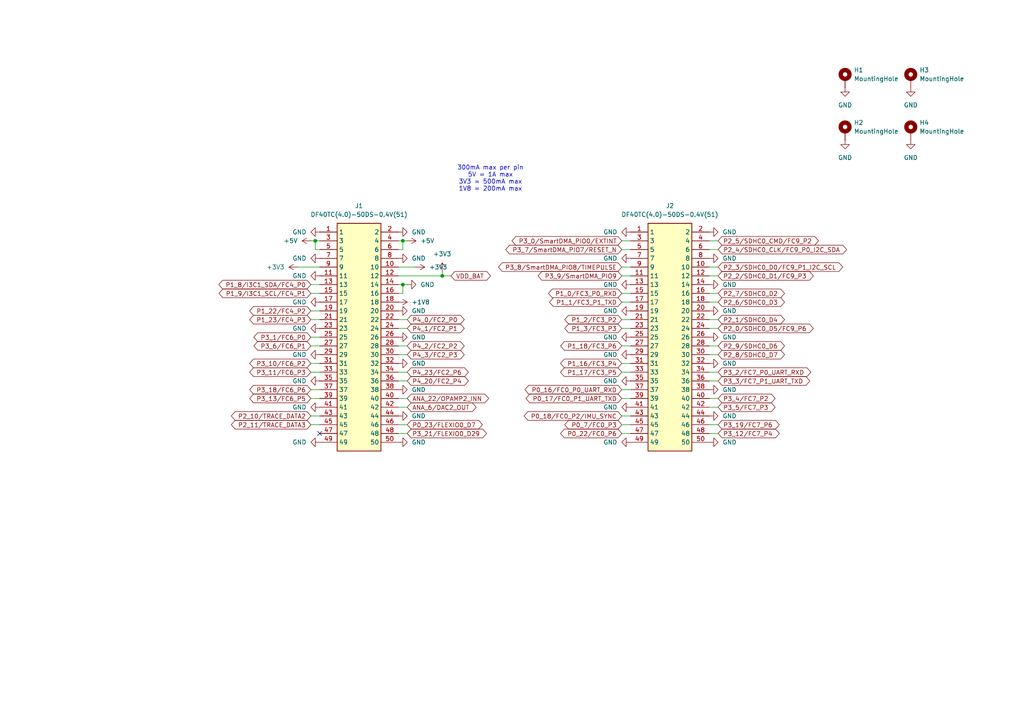
<source format=kicad_sch>
(kicad_sch (version 20250114) (generator "eeschema") (generator_version "9.0")
  (paper "A4")
  (title_block (title "MR-MCXN-T1-F9P") (date "2025-06-23") (rev "X0") (company "NXP SEMICONDUCTORS B.V.") (comment 1 "CLASSIFICATION: INTERNAL USE ONLY") (comment 3 "DESIGNER: YOURI TILS") (comment 4 "CTO SYSTEM INNOVATIONS / MOBILE ROBOTICS DOMAIN"))
  (lib_symbols
    (symbol "Connectors:DF40TC(4.0)-50DS-0.4V(51)"
      (property "Reference" "J" (at 1.016 7.874 0))
      (property "Value" "DF40TC(4.0)-50DS-0.4V(51)" (at 1.016 5.334 0))
      (symbol "DF40TC(4.0)-50DS-0.4V(51)_1_1"
        (rectangle (start 5.08 2.54) (end 17.78 -63.5) (stroke (width 0.254)) (fill (type background)))
        (pin passive line (at 0 0 0) (length 5.08) (name "1") (number "1"))
        (pin passive line (at 0 -2.54 0) (length 5.08) (name "3") (number "3"))
        (pin passive line (at 0 -5.08 0) (length 5.08) (name "5") (number "5"))
        (pin passive line (at 0 -7.62 0) (length 5.08) (name "7") (number "7"))
        (pin passive line (at 0 -10.16 0) (length 5.08) (name "9") (number "9"))
        (pin passive line (at 0 -12.7 0) (length 5.08) (name "11") (number "11"))
        (pin passive line (at 0 -15.24 0) (length 5.08) (name "13") (number "13"))
        (pin passive line (at 0 -17.78 0) (length 5.08) (name "15") (number "15"))
        (pin passive line (at 0 -20.32 0) (length 5.08) (name "17") (number "17"))
        (pin passive line (at 0 -22.86 0) (length 5.08) (name "19") (number "19"))
        (pin passive line (at 0 -25.4 0) (length 5.08) (name "21") (number "21"))
        (pin passive line (at 0 -27.94 0) (length 5.08) (name "23") (number "23"))
        (pin passive line (at 0 -30.48 0) (length 5.08) (name "25") (number "25"))
        (pin passive line (at 0 -33.02 0) (length 5.08) (name "27") (number "27"))
        (pin passive line (at 0 -35.56 0) (length 5.08) (name "29") (number "29"))
        (pin passive line (at 0 -38.1 0) (length 5.08) (name "31") (number "31"))
        (pin passive line (at 0 -40.64 0) (length 5.08) (name "33") (number "33"))
        (pin passive line (at 0 -43.18 0) (length 5.08) (name "35") (number "35"))
        (pin passive line (at 0 -45.72 0) (length 5.08) (name "37") (number "37"))
        (pin passive line (at 0 -48.26 0) (length 5.08) (name "39") (number "39"))
        (pin passive line (at 0 -50.8 0) (length 5.08) (name "41") (number "41"))
        (pin passive line (at 0 -53.34 0) (length 5.08) (name "43") (number "43"))
        (pin passive line (at 0 -55.88 0) (length 5.08) (name "45") (number "45"))
        (pin passive line (at 0 -58.42 0) (length 5.08) (name "47") (number "47"))
        (pin passive line (at 0 -60.96 0) (length 5.08) (name "49") (number "49"))
        (pin passive line (at 22.86 0 180) (length 5.08) (name "2") (number "2"))
        (pin passive line (at 22.86 -2.54 180) (length 5.08) (name "4") (number "4"))
        (pin passive line (at 22.86 -5.08 180) (length 5.08) (name "6") (number "6"))
        (pin passive line (at 22.86 -7.62 180) (length 5.08) (name "8") (number "8"))
        (pin passive line (at 22.86 -10.16 180) (length 5.08) (name "10") (number "10"))
        (pin passive line (at 22.86 -12.7 180) (length 5.08) (name "12") (number "12"))
        (pin passive line (at 22.86 -15.24 180) (length 5.08) (name "14") (number "14"))
        (pin passive line (at 22.86 -17.78 180) (length 5.08) (name "16") (number "16"))
        (pin passive line (at 22.86 -20.32 180) (length 5.08) (name "18") (number "18"))
        (pin passive line (at 22.86 -22.86 180) (length 5.08) (name "20") (number "20"))
        (pin passive line (at 22.86 -25.4 180) (length 5.08) (name "22") (number "22"))
        (pin passive line (at 22.86 -27.94 180) (length 5.08) (name "24") (number "24"))
        (pin passive line (at 22.86 -30.48 180) (length 5.08) (name "26") (number "26"))
        (pin passive line (at 22.86 -33.02 180) (length 5.08) (name "28") (number "28"))
        (pin passive line (at 22.86 -35.56 180) (length 5.08) (name "30") (number "30"))
        (pin passive line (at 22.86 -38.1 180) (length 5.08) (name "32") (number "32"))
        (pin passive line (at 22.86 -40.64 180) (length 5.08) (name "34") (number "34"))
        (pin passive line (at 22.86 -43.18 180) (length 5.08) (name "36") (number "36"))
        (pin passive line (at 22.86 -45.72 180) (length 5.08) (name "38") (number "38"))
        (pin passive line (at 22.86 -48.26 180) (length 5.08) (name "40") (number "40"))
        (pin passive line (at 22.86 -50.8 180) (length 5.08) (name "42") (number "42"))
        (pin passive line (at 22.86 -53.34 180) (length 5.08) (name "44") (number "44"))
        (pin passive line (at 22.86 -55.88 180) (length 5.08) (name "46") (number "46"))
        (pin passive line (at 22.86 -58.42 180) (length 5.08) (name "48") (number "48"))
        (pin passive line (at 22.86 -60.96 180) (length 5.08) (name "50") (number "50"))
      )
    )
    (symbol "Mechanical:MountingHole_Pad" (pin_numbers (hide yes)) (pin_names (offset 1.016) (hide yes)) (exclude_from_sim yes) (in_bom no)
      (property "Reference" "H" (at 0 6.35 0))
      (property "Value" "MountingHole_Pad" (at 0 4.445 0))
      (symbol "MountingHole_Pad_0_1"
        (circle (center 0 1.27) (radius 1.27) (stroke (width 1.27)))
      )
      (symbol "MountingHole_Pad_1_1"
        (pin input line (at 0 -2.54 90) (length 2.54) (name "1") (number "1"))
      )
    )
    (symbol "power:+1V8" (power) (pin_numbers (hide yes)) (pin_names (offset 0) (hide yes))
      (property "Value" "+1V8" (at 0 3.556 0))
      (symbol "+1V8_0_1"
        (polyline (pts (xy -0.762 1.27) (xy 0 2.54)))
        (polyline (pts (xy 0 2.54) (xy 0.762 1.27)))
        (polyline (pts (xy 0 0) (xy 0 2.54)))
      )
      (symbol "+1V8_1_1"
        (pin power_in line (at 0 0 90) (length 0) (name "~") (number "1"))
      )
    )
    (symbol "power:+3V3" (power) (pin_numbers (hide yes)) (pin_names (offset 0) (hide yes))
      (property "Value" "+3V3" (at 0 3.556 0))
      (symbol "+3V3_0_1"
        (polyline (pts (xy -0.762 1.27) (xy 0 2.54)))
        (polyline (pts (xy 0 2.54) (xy 0.762 1.27)))
        (polyline (pts (xy 0 0) (xy 0 2.54)))
      )
      (symbol "+3V3_1_1"
        (pin power_in line (at 0 0 90) (length 0) (name "~") (number "1"))
      )
    )
    (symbol "power:+5V" (power) (pin_numbers (hide yes)) (pin_names (offset 0) (hide yes))
      (property "Value" "+5V" (at 0 3.556 0))
      (symbol "+5V_0_1"
        (polyline (pts (xy -0.762 1.27) (xy 0 2.54)))
        (polyline (pts (xy 0 2.54) (xy 0.762 1.27)))
        (polyline (pts (xy 0 0) (xy 0 2.54)))
      )
      (symbol "+5V_1_1"
        (pin power_in line (at 0 0 90) (length 0) (name "~") (number "1"))
      )
    )
    (symbol "power:GND" (power) (pin_numbers (hide yes)) (pin_names (offset 0) (hide yes))
      (property "Value" "GND" (at 0 -3.81 0))
      (symbol "GND_0_1"
        (polyline (pts (xy 0 0) (xy 0 -1.27) (xy 1.27 -1.27) (xy 0 -2.54) (xy -1.27 -1.27) (xy 0 -1.27)))
      )
      (symbol "GND_1_1"
        (pin power_in line (at 0 0 270) (length 0) (name "~") (number "1"))
      )
    )
  )
  (text "300mA max per pin\n5V = 1A max\n3V3 = 500mA max\n1V8 = 200mA max" (at 142.24 51.816 0) (effects (font (size 1.27 1.27))))
  (junction (at 116.84 82.55))
  (junction (at 116.84 69.85))
  (junction (at 128.27 80.01))
  (junction (at 91.44 69.85))
  (no_connect (at 92.71 125.73))
  (wire (pts (xy 182.88 115.57) (xy 180.34 115.57)))
  (wire (pts (xy 130.81 80.01) (xy 128.27 80.01)))
  (wire (pts (xy 208.28 92.71) (xy 205.74 92.71)))
  (wire (pts (xy 182.88 113.03) (xy 180.34 113.03)))
  (wire (pts (xy 91.44 69.85) (xy 90.17 69.85)))
  (wire (pts (xy 116.84 82.55) (xy 115.57 82.55)))
  (wire (pts (xy 92.71 97.79) (xy 90.17 97.79)))
  (wire (pts (xy 92.71 123.19) (xy 90.17 123.19)))
  (wire (pts (xy 208.28 110.49) (xy 205.74 110.49)))
  (wire (pts (xy 128.27 78.74) (xy 128.27 80.01)))
  (wire (pts (xy 118.11 100.33) (xy 115.57 100.33)))
  (wire (pts (xy 182.88 85.09) (xy 180.34 85.09)))
  (wire (pts (xy 208.28 87.63) (xy 205.74 87.63)))
  (wire (pts (xy 118.11 107.95) (xy 115.57 107.95)))
  (wire (pts (xy 182.88 120.65) (xy 180.34 120.65)))
  (wire (pts (xy 208.28 72.39) (xy 205.74 72.39)))
  (wire (pts (xy 208.28 69.85) (xy 205.74 69.85)))
  (wire (pts (xy 92.71 100.33) (xy 90.17 100.33)))
  (wire (pts (xy 92.71 90.17) (xy 90.17 90.17)))
  (wire (pts (xy 182.88 69.85) (xy 180.34 69.85)))
  (wire (pts (xy 208.28 102.87) (xy 205.74 102.87)))
  (wire (pts (xy 118.11 123.19) (xy 115.57 123.19)))
  (wire (pts (xy 182.88 123.19) (xy 180.34 123.19)))
  (wire (pts (xy 116.84 85.09) (xy 115.57 85.09)))
  (wire (pts (xy 92.71 107.95) (xy 90.17 107.95)))
  (wire (pts (xy 92.71 115.57) (xy 90.17 115.57)))
  (wire (pts (xy 118.11 82.55) (xy 116.84 82.55)))
  (wire (pts (xy 92.71 120.65) (xy 90.17 120.65)))
  (wire (pts (xy 182.88 100.33) (xy 180.34 100.33)))
  (wire (pts (xy 182.88 125.73) (xy 180.34 125.73)))
  (wire (pts (xy 92.71 105.41) (xy 90.17 105.41)))
  (wire (pts (xy 116.84 69.85) (xy 115.57 69.85)))
  (wire (pts (xy 92.71 72.39) (xy 91.44 72.39)))
  (wire (pts (xy 182.88 72.39) (xy 180.34 72.39)))
  (wire (pts (xy 92.71 85.09) (xy 90.17 85.09)))
  (wire (pts (xy 208.28 107.95) (xy 205.74 107.95)))
  (wire (pts (xy 208.28 125.73) (xy 205.74 125.73)))
  (wire (pts (xy 118.11 118.11) (xy 115.57 118.11)))
  (wire (pts (xy 118.11 92.71) (xy 115.57 92.71)))
  (wire (pts (xy 118.11 125.73) (xy 115.57 125.73)))
  (wire (pts (xy 91.44 72.39) (xy 91.44 69.85)))
  (wire (pts (xy 208.28 100.33) (xy 205.74 100.33)))
  (wire (pts (xy 118.11 102.87) (xy 115.57 102.87)))
  (wire (pts (xy 116.84 69.85) (xy 116.84 72.39)))
  (wire (pts (xy 118.11 69.85) (xy 116.84 69.85)))
  (wire (pts (xy 92.71 82.55) (xy 90.17 82.55)))
  (wire (pts (xy 118.11 115.57) (xy 115.57 115.57)))
  (wire (pts (xy 92.71 69.85) (xy 91.44 69.85)))
  (wire (pts (xy 182.88 92.71) (xy 180.34 92.71)))
  (wire (pts (xy 182.88 77.47) (xy 180.34 77.47)))
  (wire (pts (xy 116.84 82.55) (xy 116.84 85.09)))
  (wire (pts (xy 208.28 80.01) (xy 205.74 80.01)))
  (wire (pts (xy 92.71 92.71) (xy 90.17 92.71)))
  (wire (pts (xy 118.11 110.49) (xy 115.57 110.49)))
  (wire (pts (xy 208.28 118.11) (xy 205.74 118.11)))
  (wire (pts (xy 182.88 95.25) (xy 180.34 95.25)))
  (wire (pts (xy 182.88 80.01) (xy 180.34 80.01)))
  (wire (pts (xy 182.88 107.95) (xy 180.34 107.95)))
  (wire (pts (xy 120.65 77.47) (xy 115.57 77.47)))
  (wire (pts (xy 208.28 77.47) (xy 205.74 77.47)))
  (wire (pts (xy 118.11 95.25) (xy 115.57 95.25)))
  (wire (pts (xy 208.28 85.09) (xy 205.74 85.09)))
  (wire (pts (xy 182.88 87.63) (xy 180.34 87.63)))
  (wire (pts (xy 92.71 113.03) (xy 90.17 113.03)))
  (wire (pts (xy 116.84 72.39) (xy 115.57 72.39)))
  (wire (pts (xy 208.28 95.25) (xy 205.74 95.25)))
  (wire (pts (xy 128.27 80.01) (xy 115.57 80.01)))
  (wire (pts (xy 86.36 77.47) (xy 92.71 77.47)))
  (wire (pts (xy 208.28 123.19) (xy 205.74 123.19)))
  (wire (pts (xy 182.88 105.41) (xy 180.34 105.41)))
  (wire (pts (xy 208.28 115.57) (xy 205.74 115.57)))
  (global_label "ANA_6{slash}DAC2_OUT" (shape bidirectional) (at 118.11 118.11 0) (property "Intersheetrefs" "${INTERSHEET_REFS}" (effects (hide yes))))
  (global_label "P3_8{slash}SmartDMA_PIO8{slash}TIMEPULSE" (shape bidirectional) (at 180.34 77.47 180) (property "Intersheetrefs" "${INTERSHEET_REFS}" (effects (hide yes))))
  (global_label "P2_5{slash}SDHC0_CMD{slash}FC9_P2" (shape bidirectional) (at 208.28 69.85 0) (property "Intersheetrefs" "${INTERSHEET_REFS}" (effects (hide yes))))
  (global_label "P3_2{slash}FC7_P0_UART_RXD" (shape bidirectional) (at 208.28 107.95 0) (property "Intersheetrefs" "${INTERSHEET_REFS}" (effects (hide yes))))
  (global_label "P1_3{slash}FC3_P3" (shape bidirectional) (at 180.34 95.25 180) (property "Intersheetrefs" "${INTERSHEET_REFS}" (effects (hide yes))))
  (global_label "P3_9{slash}SmartDMA_PIO9" (shape bidirectional) (at 180.34 80.01 180) (property "Intersheetrefs" "${INTERSHEET_REFS}" (effects (hide yes))))
  (global_label "P2_2{slash}SDHC0_D1{slash}FC9_P3" (shape bidirectional) (at 208.28 80.01 0) (property "Intersheetrefs" "${INTERSHEET_REFS}" (effects (hide yes))))
  (global_label "P4_23{slash}FC2_P6" (shape bidirectional) (at 118.11 107.95 0) (property "Intersheetrefs" "${INTERSHEET_REFS}" (effects (hide yes))))
  (global_label "P3_6{slash}FC6_P1" (shape bidirectional) (at 90.17 100.33 180) (property "Intersheetrefs" "${INTERSHEET_REFS}" (effects (hide yes))))
  (global_label "P3_18{slash}FC6_P6" (shape bidirectional) (at 90.17 113.03 180) (property "Intersheetrefs" "${INTERSHEET_REFS}" (effects (hide yes))))
  (global_label "ANA_22{slash}OPAMP2_INN" (shape bidirectional) (at 118.11 115.57 0) (property "Intersheetrefs" "${INTERSHEET_REFS}" (effects (hide yes))))
  (global_label "P3_0{slash}SmartDMA_PIO0{slash}EXTINT" (shape bidirectional) (at 180.34 69.85 180) (property "Intersheetrefs" "${INTERSHEET_REFS}" (effects (hide yes))))
  (global_label "P3_13{slash}FC6_P5" (shape bidirectional) (at 90.17 115.57 180) (property "Intersheetrefs" "${INTERSHEET_REFS}" (effects (hide yes))))
  (global_label "P3_12{slash}FC7_P4" (shape bidirectional) (at 208.28 125.73 0) (property "Intersheetrefs" "${INTERSHEET_REFS}" (effects (hide yes))))
  (global_label "P1_9{slash}I3C1_SCL{slash}FC4_P1" (shape bidirectional) (at 90.17 85.09 180) (property "Intersheetrefs" "${INTERSHEET_REFS}" (effects (hide yes))))
  (global_label "P0_23{slash}FLEXIO0_D7" (shape bidirectional) (at 118.11 123.19 0) (property "Intersheetrefs" "${INTERSHEET_REFS}" (effects (hide yes))))
  (global_label "P4_2{slash}FC2_P2" (shape bidirectional) (at 118.11 100.33 0) (property "Intersheetrefs" "${INTERSHEET_REFS}" (effects (hide yes))))
  (global_label "P4_3{slash}FC2_P3" (shape bidirectional) (at 118.11 102.87 0) (property "Intersheetrefs" "${INTERSHEET_REFS}" (effects (hide yes))))
  (global_label "P4_0{slash}FC2_P0" (shape bidirectional) (at 118.11 92.71 0) (property "Intersheetrefs" "${INTERSHEET_REFS}" (effects (hide yes))))
  (global_label "P1_1{slash}FC3_P1_TXD" (shape bidirectional) (at 180.34 87.63 180) (property "Intersheetrefs" "${INTERSHEET_REFS}" (effects (hide yes))))
  (global_label "P2_7{slash}SDHC0_D2" (shape bidirectional) (at 208.28 85.09 0) (property "Intersheetrefs" "${INTERSHEET_REFS}" (effects (hide yes))))
  (global_label "P1_2{slash}FC3_P2" (shape bidirectional) (at 180.34 92.71 180) (property "Intersheetrefs" "${INTERSHEET_REFS}" (effects (hide yes))))
  (global_label "VDD_BAT" (shape bidirectional) (at 130.81 80.01 0) (property "Intersheetrefs" "${INTERSHEET_REFS}" (effects (hide yes))))
  (global_label "P2_9{slash}SDHC0_D6" (shape bidirectional) (at 208.28 100.33 0) (property "Intersheetrefs" "${INTERSHEET_REFS}" (effects (hide yes))))
  (global_label "P2_6{slash}SDHC0_D3" (shape bidirectional) (at 208.28 87.63 0) (property "Intersheetrefs" "${INTERSHEET_REFS}" (effects (hide yes))))
  (global_label "P3_3{slash}FC7_P1_UART_TXD" (shape bidirectional) (at 208.28 110.49 0) (property "Intersheetrefs" "${INTERSHEET_REFS}" (effects (hide yes))))
  (global_label "P1_22{slash}FC4_P2" (shape bidirectional) (at 90.17 90.17 180) (property "Intersheetrefs" "${INTERSHEET_REFS}" (effects (hide yes))))
  (global_label "P3_5{slash}FC7_P3" (shape bidirectional) (at 208.28 118.11 0) (property "Intersheetrefs" "${INTERSHEET_REFS}" (effects (hide yes))))
  (global_label "P2_1{slash}SDHC0_D4" (shape bidirectional) (at 208.28 92.71 0) (property "Intersheetrefs" "${INTERSHEET_REFS}" (effects (hide yes))))
  (global_label "P0_17{slash}FC0_P1_UART_TXD" (shape bidirectional) (at 180.34 115.57 180) (property "Intersheetrefs" "${INTERSHEET_REFS}" (effects (hide yes))))
  (global_label "P0_16{slash}FC0_P0_UART_RXD" (shape bidirectional) (at 180.34 113.03 180) (property "Intersheetrefs" "${INTERSHEET_REFS}" (effects (hide yes))))
  (global_label "P2_3{slash}SDHC0_D0{slash}FC9_P1_I2C_SCL" (shape bidirectional) (at 208.28 77.47 0) (property "Intersheetrefs" "${INTERSHEET_REFS}" (effects (hide yes))))
  (global_label "P2_11{slash}TRACE_DATA3" (shape bidirectional) (at 90.17 123.19 180) (property "Intersheetrefs" "${INTERSHEET_REFS}" (effects (hide yes))))
  (global_label "P0_7{slash}FC0_P3" (shape bidirectional) (at 180.34 123.19 180) (property "Intersheetrefs" "${INTERSHEET_REFS}" (effects (hide yes))))
  (global_label "P3_21{slash}FLEXIO0_D29" (shape bidirectional) (at 118.11 125.73 0) (property "Intersheetrefs" "${INTERSHEET_REFS}" (effects (hide yes))))
  (global_label "P1_23{slash}FC4_P3" (shape bidirectional) (at 90.17 92.71 180) (property "Intersheetrefs" "${INTERSHEET_REFS}" (effects (hide yes))))
  (global_label "P1_0{slash}FC3_P0_RXD" (shape bidirectional) (at 180.34 85.09 180) (property "Intersheetrefs" "${INTERSHEET_REFS}" (effects (hide yes))))
  (global_label "P3_7{slash}SmartDMA_PIO7{slash}RESET_N" (shape bidirectional) (at 180.34 72.39 180) (property "Intersheetrefs" "${INTERSHEET_REFS}" (effects (hide yes))))
  (global_label "P3_19{slash}FC7_P6" (shape bidirectional) (at 208.28 123.19 0) (property "Intersheetrefs" "${INTERSHEET_REFS}" (effects (hide yes))))
  (global_label "P0_18{slash}FC0_P2{slash}IMU_SYNC" (shape bidirectional) (at 180.34 120.65 180) (property "Intersheetrefs" "${INTERSHEET_REFS}" (effects (hide yes))))
  (global_label "P3_10{slash}FC6_P2" (shape bidirectional) (at 90.17 105.41 180) (property "Intersheetrefs" "${INTERSHEET_REFS}" (effects (hide yes))))
  (global_label "P1_8{slash}I3C1_SDA{slash}FC4_P0" (shape bidirectional) (at 90.17 82.55 180) (property "Intersheetrefs" "${INTERSHEET_REFS}" (effects (hide yes))))
  (global_label "P3_11{slash}FC6_P3" (shape bidirectional) (at 90.17 107.95 180) (property "Intersheetrefs" "${INTERSHEET_REFS}" (effects (hide yes))))
  (global_label "P0_22{slash}FC0_P6" (shape bidirectional) (at 180.34 125.73 180) (property "Intersheetrefs" "${INTERSHEET_REFS}" (effects (hide yes))))
  (global_label "P3_4{slash}FC7_P2" (shape bidirectional) (at 208.28 115.57 0) (property "Intersheetrefs" "${INTERSHEET_REFS}" (effects (hide yes))))
  (global_label "P2_10{slash}TRACE_DATA2" (shape bidirectional) (at 90.17 120.65 180) (property "Intersheetrefs" "${INTERSHEET_REFS}" (effects (hide yes))))
  (global_label "P1_17{slash}FC3_P5" (shape bidirectional) (at 180.34 107.95 180) (property "Intersheetrefs" "${INTERSHEET_REFS}" (effects (hide yes))))
  (global_label "P1_18{slash}FC3_P6" (shape bidirectional) (at 180.34 100.33 180) (property "Intersheetrefs" "${INTERSHEET_REFS}" (effects (hide yes))))
  (global_label "P2_8{slash}SDHC0_D7" (shape bidirectional) (at 208.28 102.87 0) (property "Intersheetrefs" "${INTERSHEET_REFS}" (effects (hide yes))))
  (global_label "P4_1{slash}FC2_P1" (shape bidirectional) (at 118.11 95.25 0) (property "Intersheetrefs" "${INTERSHEET_REFS}" (effects (hide yes))))
  (global_label "P2_0{slash}SDHC0_D5{slash}FC9_P6" (shape bidirectional) (at 208.28 95.25 0) (property "Intersheetrefs" "${INTERSHEET_REFS}" (effects (hide yes))))
  (global_label "P3_1{slash}FC6_P0" (shape bidirectional) (at 90.17 97.79 180) (property "Intersheetrefs" "${INTERSHEET_REFS}" (effects (hide yes))))
  (global_label "P4_20{slash}FC2_P4" (shape bidirectional) (at 118.11 110.49 0) (property "Intersheetrefs" "${INTERSHEET_REFS}" (effects (hide yes))))
  (global_label "P1_16{slash}FC3_P4" (shape bidirectional) (at 180.34 105.41 180) (property "Intersheetrefs" "${INTERSHEET_REFS}" (effects (hide yes))))
  (global_label "P2_4{slash}SDHC0_CLK{slash}FC9_P0_I2C_SDA" (shape bidirectional) (at 208.28 72.39 0) (property "Intersheetrefs" "${INTERSHEET_REFS}" (effects (hide yes))))
  (symbol (lib_id "power:GND") (at 115.57 128.27 90) (mirror x) (unit 1)
    (property "Reference" "#PWR021" (effects (hide yes)))
    (property "Value" "GND" (at 119.38 128.2699 90) (effects (justify right)))
    (property "Description" "Power symbol creates a global label with name \"GND\" , ground" (effects (hide yes)))
  )
  (symbol (lib_id "power:GND") (at 205.74 67.31 90) (mirror x) (unit 1)
    (property "Reference" "#PWR034" (effects (hide yes)))
    (property "Value" "GND" (at 209.55 67.3099 90) (effects (justify right)))
    (property "Description" "Power symbol creates a global label with name \"GND\" , ground" (effects (hide yes)))
  )
  (symbol (lib_id "power:GND") (at 115.57 120.65 90) (mirror x) (unit 1)
    (property "Reference" "#PWR020" (effects (hide yes)))
    (property "Value" "GND" (at 119.38 120.6499 90) (effects (justify right)))
    (property "Description" "Power symbol creates a global label with name \"GND\" , ground" (effects (hide yes)))
  )
  (symbol (lib_id "power:+1V8") (at 115.57 87.63 270) (mirror x) (unit 1)
    (property "Reference" "#PWR015" (effects (hide yes)))
    (property "Value" "+1V8" (at 119.38 87.6299 90) (effects (justify left)))
    (property "Description" "Power symbol creates a global label with name \"+1V8\"" (effects (hide yes)))
  )
  (symbol (lib_id "Mechanical:MountingHole_Pad") (at 264.16 22.86 0) (unit 1) (exclude_from_sim yes) (in_bom no)
    (property "Reference" "H3" (at 266.7 20.3199 0) (effects (justify left)))
    (property "Value" "MountingHole" (at 266.7 22.8599 0) (effects (justify left)))
    (property "Footprint" "MountingHole:MountingHole_3.2mm_M3_DIN965_Pad" (effects (hide yes)))
    (property "Description" "Mounting Hole with connection" (effects (hide yes)))
  )
  (symbol (lib_id "power:GND") (at 92.71 102.87 270) (mirror x) (unit 1)
    (property "Reference" "#PWR08" (effects (hide yes)))
    (property "Value" "GND" (at 88.9 102.8699 90) (effects (justify right)))
    (property "Description" "Power symbol creates a global label with name \"GND\" , ground" (effects (hide yes)))
  )
  (symbol (lib_id "power:GND") (at 182.88 67.31 270) (mirror x) (unit 1)
    (property "Reference" "#PWR025" (effects (hide yes)))
    (property "Value" "GND" (at 179.07 67.3099 90) (effects (justify right)))
    (property "Description" "Power symbol creates a global label with name \"GND\" , ground" (effects (hide yes)))
  )
  (symbol (lib_id "power:+3V3") (at 128.27 78.74 0) (mirror y) (unit 1)
    (property "Reference" "#PWR024" (effects (hide yes)))
    (property "Value" "+3V3" (at 128.27 73.66 0))
    (property "Description" "Power symbol creates a global label with name \"+3V3\"" (effects (hide yes)))
  )
  (symbol (lib_id "Mechanical:MountingHole_Pad") (at 245.11 22.86 0) (unit 1) (exclude_from_sim yes) (in_bom no)
    (property "Reference" "H1" (at 247.65 20.3199 0) (effects (justify left)))
    (property "Value" "MountingHole" (at 247.65 22.8599 0) (effects (justify left)))
    (property "Footprint" "MountingHole:MountingHole_3.2mm_M3_DIN965_Pad" (effects (hide yes)))
    (property "Description" "Mounting Hole with connection" (effects (hide yes)))
  )
  (symbol (lib_id "power:GND") (at 118.11 82.55 90) (mirror x) (unit 1)
    (property "Reference" "#PWR023" (effects (hide yes)))
    (property "Value" "GND" (at 121.92 82.5499 90) (effects (justify right)))
    (property "Description" "Power symbol creates a global label with name \"GND\" , ground" (effects (hide yes)))
  )
  (symbol (lib_id "power:GND") (at 92.71 118.11 270) (mirror x) (unit 1)
    (property "Reference" "#PWR010" (effects (hide yes)))
    (property "Value" "GND" (at 88.9 118.1099 90) (effects (justify right)))
    (property "Description" "Power symbol creates a global label with name \"GND\" , ground" (effects (hide yes)))
  )
  (symbol (lib_id "power:GND") (at 264.16 40.64 0) (unit 1)
    (property "Reference" "#PWR046" (effects (hide yes)))
    (property "Value" "GND" (at 264.16 45.72 0))
    (property "Description" "Power symbol creates a global label with name \"GND\" , ground" (effects (hide yes)))
  )
  (symbol (lib_id "power:GND") (at 245.11 40.64 0) (unit 1)
    (property "Reference" "#PWR044" (effects (hide yes)))
    (property "Value" "GND" (at 245.11 45.72 0))
    (property "Description" "Power symbol creates a global label with name \"GND\" , ground" (effects (hide yes)))
  )
  (symbol (lib_id "power:GND") (at 205.74 74.93 90) (mirror x) (unit 1)
    (property "Reference" "#PWR035" (effects (hide yes)))
    (property "Value" "GND" (at 209.55 74.9299 90) (effects (justify right)))
    (property "Description" "Power symbol creates a global label with name \"GND\" , ground" (effects (hide yes)))
  )
  (symbol (lib_id "power:GND") (at 115.57 105.41 90) (mirror x) (unit 1)
    (property "Reference" "#PWR018" (effects (hide yes)))
    (property "Value" "GND" (at 119.38 105.4099 90) (effects (justify right)))
    (property "Description" "Power symbol creates a global label with name \"GND\" , ground" (effects (hide yes)))
  )
  (symbol (lib_id "power:GND") (at 115.57 67.31 90) (mirror x) (unit 1)
    (property "Reference" "#PWR012" (effects (hide yes)))
    (property "Value" "GND" (at 119.38 67.3099 90) (effects (justify right)))
    (property "Description" "Power symbol creates a global label with name \"GND\" , ground" (effects (hide yes)))
  )
  (symbol (lib_id "power:GND") (at 205.74 105.41 90) (mirror x) (unit 1)
    (property "Reference" "#PWR039" (effects (hide yes)))
    (property "Value" "GND" (at 209.55 105.4099 90) (effects (justify right)))
    (property "Description" "Power symbol creates a global label with name \"GND\" , ground" (effects (hide yes)))
  )
  (symbol (lib_id "power:+5V") (at 90.17 69.85 90) (mirror x) (unit 1)
    (property "Reference" "#PWR01" (effects (hide yes)))
    (property "Value" "+5V" (at 86.36 69.8499 90) (effects (justify left)))
    (property "Description" "Power symbol creates a global label with name \"+5V\"" (effects (hide yes)))
  )
  (symbol (lib_id "power:GND") (at 182.88 118.11 270) (mirror x) (unit 1)
    (property "Reference" "#PWR032" (effects (hide yes)))
    (property "Value" "GND" (at 179.07 118.1099 90) (effects (justify right)))
    (property "Description" "Power symbol creates a global label with name \"GND\" , ground" (effects (hide yes)))
  )
  (symbol (lib_id "power:+3V3") (at 120.65 77.47 270) (mirror x) (unit 1)
    (property "Reference" "#PWR014" (effects (hide yes)))
    (property "Value" "+3V3" (at 124.46 77.4699 90) (effects (justify left)))
    (property "Description" "Power symbol creates a global label with name \"+3V3\"" (effects (hide yes)))
  )
  (symbol (lib_id "power:GND") (at 92.71 67.31 270) (mirror x) (unit 1)
    (property "Reference" "#PWR02" (effects (hide yes)))
    (property "Value" "GND" (at 88.9 67.3099 90) (effects (justify right)))
    (property "Description" "Power symbol creates a global label with name \"GND\" , ground" (effects (hide yes)))
  )
  (symbol (lib_id "power:GND") (at 182.88 90.17 270) (mirror x) (unit 1)
    (property "Reference" "#PWR028" (effects (hide yes)))
    (property "Value" "GND" (at 179.07 90.1699 90) (effects (justify right)))
    (property "Description" "Power symbol creates a global label with name \"GND\" , ground" (effects (hide yes)))
  )
  (symbol (lib_id "power:GND") (at 205.74 97.79 90) (mirror x) (unit 1)
    (property "Reference" "#PWR038" (effects (hide yes)))
    (property "Value" "GND" (at 209.55 97.7899 90) (effects (justify right)))
    (property "Description" "Power symbol creates a global label with name \"GND\" , ground" (effects (hide yes)))
  )
  (symbol (lib_id "power:GND") (at 245.11 25.4 0) (unit 1)
    (property "Reference" "#PWR043" (effects (hide yes)))
    (property "Value" "GND" (at 245.11 30.48 0))
    (property "Description" "Power symbol creates a global label with name \"GND\" , ground" (effects (hide yes)))
  )
  (symbol (lib_id "power:GND") (at 115.57 90.17 90) (mirror x) (unit 1)
    (property "Reference" "#PWR016" (effects (hide yes)))
    (property "Value" "GND" (at 119.38 90.1699 90) (effects (justify right)))
    (property "Description" "Power symbol creates a global label with name \"GND\" , ground" (effects (hide yes)))
  )
  (symbol (lib_id "power:GND") (at 115.57 74.93 90) (mirror x) (unit 1)
    (property "Reference" "#PWR013" (effects (hide yes)))
    (property "Value" "GND" (at 119.38 74.9299 90) (effects (justify right)))
    (property "Description" "Power symbol creates a global label with name \"GND\" , ground" (effects (hide yes)))
  )
  (symbol (lib_id "power:+5V") (at 118.11 69.85 270) (mirror x) (unit 1)
    (property "Reference" "#PWR022" (effects (hide yes)))
    (property "Value" "+5V" (at 121.92 69.8499 90) (effects (justify left)))
    (property "Description" "Power symbol creates a global label with name \"+5V\"" (effects (hide yes)))
  )
  (symbol (lib_id "power:GND") (at 182.88 82.55 270) (mirror x) (unit 1)
    (property "Reference" "#PWR027" (effects (hide yes)))
    (property "Value" "GND" (at 179.07 82.5499 90) (effects (justify right)))
    (property "Description" "Power symbol creates a global label with name \"GND\" , ground" (effects (hide yes)))
  )
  (symbol (lib_id "power:GND") (at 182.88 74.93 270) (mirror x) (unit 1)
    (property "Reference" "#PWR026" (effects (hide yes)))
    (property "Value" "GND" (at 179.07 74.9299 90) (effects (justify right)))
    (property "Description" "Power symbol creates a global label with name \"GND\" , ground" (effects (hide yes)))
  )
  (symbol (lib_id "power:GND") (at 92.71 80.01 270) (mirror x) (unit 1)
    (property "Reference" "#PWR05" (effects (hide yes)))
    (property "Value" "GND" (at 88.9 80.0099 90) (effects (justify right)))
    (property "Description" "Power symbol creates a global label with name \"GND\" , ground" (effects (hide yes)))
  )
  (symbol (lib_id "power:GND") (at 182.88 128.27 270) (mirror x) (unit 1)
    (property "Reference" "#PWR033" (effects (hide yes)))
    (property "Value" "GND" (at 179.07 128.2699 90) (effects (justify right)))
    (property "Description" "Power symbol creates a global label with name \"GND\" , ground" (effects (hide yes)))
  )
  (symbol (lib_id "power:GND") (at 115.57 97.79 90) (mirror x) (unit 1)
    (property "Reference" "#PWR017" (effects (hide yes)))
    (property "Value" "GND" (at 119.38 97.7899 90) (effects (justify right)))
    (property "Description" "Power symbol creates a global label with name \"GND\" , ground" (effects (hide yes)))
  )
  (symbol (lib_id "power:GND") (at 182.88 97.79 270) (mirror x) (unit 1)
    (property "Reference" "#PWR029" (effects (hide yes)))
    (property "Value" "GND" (at 179.07 97.7899 90) (effects (justify right)))
    (property "Description" "Power symbol creates a global label with name \"GND\" , ground" (effects (hide yes)))
  )
  (symbol (lib_id "power:GND") (at 205.74 82.55 90) (mirror x) (unit 1)
    (property "Reference" "#PWR036" (effects (hide yes)))
    (property "Value" "GND" (at 209.55 82.5499 90) (effects (justify right)))
    (property "Description" "Power symbol creates a global label with name \"GND\" , ground" (effects (hide yes)))
  )
  (symbol (lib_id "power:GND") (at 92.71 74.93 270) (mirror x) (unit 1)
    (property "Reference" "#PWR03" (effects (hide yes)))
    (property "Value" "GND" (at 88.9 74.9299 90) (effects (justify right)))
    (property "Description" "Power symbol creates a global label with name \"GND\" , ground" (effects (hide yes)))
  )
  (symbol (lib_id "power:GND") (at 92.71 95.25 270) (mirror x) (unit 1)
    (property "Reference" "#PWR07" (effects (hide yes)))
    (property "Value" "GND" (at 88.9 95.2499 90) (effects (justify right)))
    (property "Description" "Power symbol creates a global label with name \"GND\" , ground" (effects (hide yes)))
  )
  (symbol (lib_id "power:GND") (at 92.71 87.63 270) (mirror x) (unit 1)
    (property "Reference" "#PWR06" (effects (hide yes)))
    (property "Value" "GND" (at 88.9 87.6299 90) (effects (justify right)))
    (property "Description" "Power symbol creates a global label with name \"GND\" , ground" (effects (hide yes)))
  )
  (symbol (lib_id "power:GND") (at 264.16 25.4 0) (unit 1)
    (property "Reference" "#PWR045" (effects (hide yes)))
    (property "Value" "GND" (at 264.16 30.48 0))
    (property "Description" "Power symbol creates a global label with name \"GND\" , ground" (effects (hide yes)))
  )
  (symbol (lib_id "power:+3V3") (at 86.36 77.47 90) (mirror x) (unit 1)
    (property "Reference" "#PWR04" (effects (hide yes)))
    (property "Value" "+3V3" (at 82.55 77.4699 90) (effects (justify left)))
    (property "Description" "Power symbol creates a global label with name \"+3V3\"" (effects (hide yes)))
  )
  (symbol (lib_id "power:GND") (at 205.74 90.17 90) (mirror x) (unit 1)
    (property "Reference" "#PWR037" (effects (hide yes)))
    (property "Value" "GND" (at 209.55 90.1699 90) (effects (justify right)))
    (property "Description" "Power symbol creates a global label with name \"GND\" , ground" (effects (hide yes)))
  )
  (symbol (lib_id "power:GND") (at 92.71 110.49 270) (mirror x) (unit 1)
    (property "Reference" "#PWR09" (effects (hide yes)))
    (property "Value" "GND" (at 88.9 110.4899 90) (effects (justify right)))
    (property "Description" "Power symbol creates a global label with name \"GND\" , ground" (effects (hide yes)))
  )
  (symbol (lib_id "Connectors:DF40TC(4.0)-50DS-0.4V(51)") (at 182.88 67.31 0) (unit 1)
    (property "Reference" "J2" (at 194.31 59.69 0))
    (property "Value" "DF40TC(4.0)-50DS-0.4V(51)" (at 194.31 62.23 0))
    (property "Footprint" "Connectors:DF40TC(4.0)-50DS-0.4V(51)" (effects (hide yes)))
    (property "Datasheet" "https://www.hirose.com/en/product/document?clcode=CL0684-4249-0-51&productname=DF40TC-50DS-0.4V(51)&series=DF40T&documenttype=2DDrawing&lang=en&documentid=0001372703" (effects (hide yes)))
    (property "Description" "Board to Board & Mezzanine Connectors" (effects (hide yes)))
    (property "MF" "Hirose" (effects (hide yes)))
    (property "MFPN" "DF40TC(4.0)-50DS-0.4V(51)" (effects (hide yes)))
    (property "DigiKey" "26-DF40TC(4.0)-50DS-0.4V(51)CT-ND" (effects (hide yes)))
  )
  (symbol (lib_id "power:GND") (at 205.74 128.27 90) (mirror x) (unit 1)
    (property "Reference" "#PWR042" (effects (hide yes)))
    (property "Value" "GND" (at 209.55 128.2699 90) (effects (justify right)))
    (property "Description" "Power symbol creates a global label with name \"GND\" , ground" (effects (hide yes)))
  )
  (symbol (lib_id "Mechanical:MountingHole_Pad") (at 245.11 38.1 0) (unit 1) (exclude_from_sim yes) (in_bom no)
    (property "Reference" "H2" (at 247.65 35.5599 0) (effects (justify left)))
    (property "Value" "MountingHole" (at 247.65 38.0999 0) (effects (justify left)))
    (property "Footprint" "MountingHole:MountingHole_3.2mm_M3_DIN965_Pad" (effects (hide yes)))
    (property "Description" "Mounting Hole with connection" (effects (hide yes)))
  )
  (symbol (lib_id "power:GND") (at 182.88 102.87 270) (mirror x) (unit 1)
    (property "Reference" "#PWR030" (effects (hide yes)))
    (property "Value" "GND" (at 179.07 102.8699 90) (effects (justify right)))
    (property "Description" "Power symbol creates a global label with name \"GND\" , ground" (effects (hide yes)))
  )
  (symbol (lib_id "power:GND") (at 92.71 128.27 270) (mirror x) (unit 1)
    (property "Reference" "#PWR011" (effects (hide yes)))
    (property "Value" "GND" (at 88.9 128.2699 90) (effects (justify right)))
    (property "Description" "Power symbol creates a global label with name \"GND\" , ground" (effects (hide yes)))
  )
  (symbol (lib_id "power:GND") (at 115.57 113.03 90) (mirror x) (unit 1)
    (property "Reference" "#PWR019" (effects (hide yes)))
    (property "Value" "GND" (at 119.38 113.0299 90) (effects (justify right)))
    (property "Description" "Power symbol creates a global label with name \"GND\" , ground" (effects (hide yes)))
  )
  (symbol (lib_id "power:GND") (at 182.88 110.49 270) (mirror x) (unit 1)
    (property "Reference" "#PWR031" (effects (hide yes)))
    (property "Value" "GND" (at 179.07 110.4899 90) (effects (justify right)))
    (property "Description" "Power symbol creates a global label with name \"GND\" , ground" (effects (hide yes)))
  )
  (symbol (lib_id "power:GND") (at 205.74 120.65 90) (mirror x) (unit 1)
    (property "Reference" "#PWR041" (effects (hide yes)))
    (property "Value" "GND" (at 209.55 120.6499 90) (effects (justify right)))
    (property "Description" "Power symbol creates a global label with name \"GND\" , ground" (effects (hide yes)))
  )
  (symbol (lib_id "power:GND") (at 205.74 113.03 90) (mirror x) (unit 1)
    (property "Reference" "#PWR040" (effects (hide yes)))
    (property "Value" "GND" (at 209.55 113.0299 90) (effects (justify right)))
    (property "Description" "Power symbol creates a global label with name \"GND\" , ground" (effects (hide yes)))
  )
  (symbol (lib_id "Mechanical:MountingHole_Pad") (at 264.16 38.1 0) (unit 1) (exclude_from_sim yes) (in_bom no)
    (property "Reference" "H4" (at 266.7 35.5599 0) (effects (justify left)))
    (property "Value" "MountingHole" (at 266.7 38.0999 0) (effects (justify left)))
    (property "Footprint" "MountingHole:MountingHole_3.2mm_M3_DIN965_Pad" (effects (hide yes)))
    (property "Description" "Mounting Hole with connection" (effects (hide yes)))
  )
  (symbol (lib_id "Connectors:DF40TC(4.0)-50DS-0.4V(51)") (at 92.71 67.31 0) (unit 1)
    (property "Reference" "J1" (at 104.14 59.69 0))
    (property "Value" "DF40TC(4.0)-50DS-0.4V(51)" (at 104.14 62.23 0))
    (property "Footprint" "Connectors:DF40TC(4.0)-50DS-0.4V(51)" (effects (hide yes)))
    (property "Datasheet" "https://www.hirose.com/en/product/document?clcode=CL0684-4249-0-51&productname=DF40TC-50DS-0.4V(51)&series=DF40T&documenttype=2DDrawing&lang=en&documentid=0001372703" (effects (hide yes)))
    (property "Description" "Board to Board & Mezzanine Connectors" (effects (hide yes)))
    (property "MF" "Hirose" (effects (hide yes)))
    (property "MFPN" "DF40TC(4.0)-50DS-0.4V(51)" (effects (hide yes)))
    (property "DigiKey" "26-DF40TC(4.0)-50DS-0.4V(51)CT-ND" (effects (hide yes)))
  )
)
</source>
